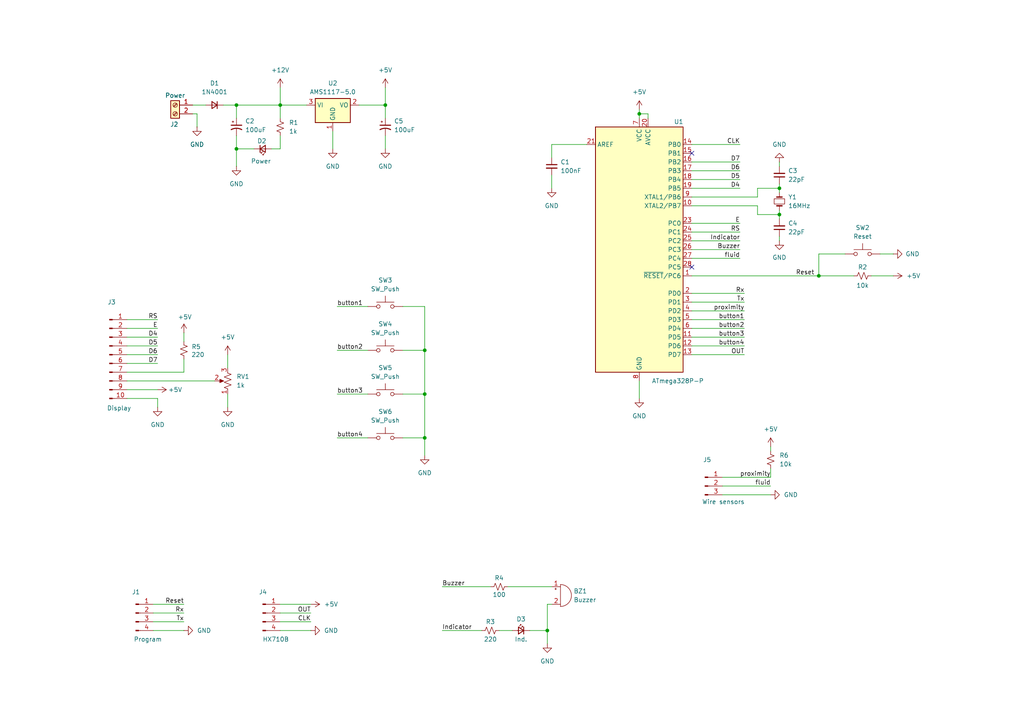
<source format=kicad_sch>
(kicad_sch (version 20231120) (generator "eeschema") (generator_version "8.0")
  (paper "A4")
  (lib_symbols
    (symbol "Connector:Conn_01x03_Pin" (pin_names (offset 1.016) hide)
      (property "Reference" "J" (at 0 5.08 0))
      (property "Value" "Conn_01x03_Pin" (at 0 -5.08 0))
      (symbol "Conn_01x03_Pin_1_1"
        (polyline (pts (xy 1.27 -2.54) (xy 0.8636 -2.54)) (stroke (width 0.1524)))
        (polyline (pts (xy 1.27 0) (xy 0.8636 0)) (stroke (width 0.1524)))
        (polyline (pts (xy 1.27 2.54) (xy 0.8636 2.54)) (stroke (width 0.1524)))
        (rectangle (start 0.8636 -2.413) (end 0 -2.667) (stroke (width 0.1524)) (fill (type outline)))
        (rectangle (start 0.8636 0.127) (end 0 -0.127) (stroke (width 0.1524)) (fill (type outline)))
        (rectangle (start 0.8636 2.667) (end 0 2.413) (stroke (width 0.1524)) (fill (type outline)))
        (pin passive line (at 5.08 2.54 180) (length 3.81) (name "Pin_1") (number "1"))
        (pin passive line (at 5.08 0 180) (length 3.81) (name "Pin_2") (number "2"))
        (pin passive line (at 5.08 -2.54 180) (length 3.81) (name "Pin_3") (number "3"))
      )
    )
    (symbol "Connector:Conn_01x04_Pin" (pin_names (offset 1.016) hide)
      (property "Reference" "J" (at 0 5.08 0))
      (property "Value" "Conn_01x04_Pin" (at 0 -7.62 0))
      (symbol "Conn_01x04_Pin_1_1"
        (polyline (pts (xy 1.27 -5.08) (xy 0.8636 -5.08)) (stroke (width 0.1524)))
        (polyline (pts (xy 1.27 -2.54) (xy 0.8636 -2.54)) (stroke (width 0.1524)))
        (polyline (pts (xy 1.27 0) (xy 0.8636 0)) (stroke (width 0.1524)))
        (polyline (pts (xy 1.27 2.54) (xy 0.8636 2.54)) (stroke (width 0.1524)))
        (rectangle (start 0.8636 -4.953) (end 0 -5.207) (stroke (width 0.1524)) (fill (type outline)))
        (rectangle (start 0.8636 -2.413) (end 0 -2.667) (stroke (width 0.1524)) (fill (type outline)))
        (rectangle (start 0.8636 0.127) (end 0 -0.127) (stroke (width 0.1524)) (fill (type outline)))
        (rectangle (start 0.8636 2.667) (end 0 2.413) (stroke (width 0.1524)) (fill (type outline)))
        (pin passive line (at 5.08 2.54 180) (length 3.81) (name "Pin_1") (number "1"))
        (pin passive line (at 5.08 0 180) (length 3.81) (name "Pin_2") (number "2"))
        (pin passive line (at 5.08 -2.54 180) (length 3.81) (name "Pin_3") (number "3"))
        (pin passive line (at 5.08 -5.08 180) (length 3.81) (name "Pin_4") (number "4"))
      )
    )
    (symbol "Connector:Conn_01x10_Pin" (pin_names (offset 1.016) hide)
      (property "Reference" "J" (at 0 12.7 0))
      (property "Value" "Conn_01x10_Pin" (at 0 -15.24 0))
      (symbol "Conn_01x10_Pin_1_1"
        (polyline (pts (xy 1.27 -12.7) (xy 0.8636 -12.7)) (stroke (width 0.1524)))
        (polyline (pts (xy 1.27 -10.16) (xy 0.8636 -10.16)) (stroke (width 0.1524)))
        (polyline (pts (xy 1.27 -7.62) (xy 0.8636 -7.62)) (stroke (width 0.1524)))
        (polyline (pts (xy 1.27 -5.08) (xy 0.8636 -5.08)) (stroke (width 0.1524)))
        (polyline (pts (xy 1.27 -2.54) (xy 0.8636 -2.54)) (stroke (width 0.1524)))
        (polyline (pts (xy 1.27 0) (xy 0.8636 0)) (stroke (width 0.1524)))
        (polyline (pts (xy 1.27 2.54) (xy 0.8636 2.54)) (stroke (width 0.1524)))
        (polyline (pts (xy 1.27 5.08) (xy 0.8636 5.08)) (stroke (width 0.1524)))
        (polyline (pts (xy 1.27 7.62) (xy 0.8636 7.62)) (stroke (width 0.1524)))
        (polyline (pts (xy 1.27 10.16) (xy 0.8636 10.16)) (stroke (width 0.1524)))
        (rectangle (start 0.8636 -12.573) (end 0 -12.827) (stroke (width 0.1524)) (fill (type outline)))
        (rectangle (start 0.8636 -10.033) (end 0 -10.287) (stroke (width 0.1524)) (fill (type outline)))
        (rectangle (start 0.8636 -7.493) (end 0 -7.747) (stroke (width 0.1524)) (fill (type outline)))
        (rectangle (start 0.8636 -4.953) (end 0 -5.207) (stroke (width 0.1524)) (fill (type outline)))
        (rectangle (start 0.8636 -2.413) (end 0 -2.667) (stroke (width 0.1524)) (fill (type outline)))
        (rectangle (start 0.8636 0.127) (end 0 -0.127) (stroke (width 0.1524)) (fill (type outline)))
        (rectangle (start 0.8636 2.667) (end 0 2.413) (stroke (width 0.1524)) (fill (type outline)))
        (rectangle (start 0.8636 5.207) (end 0 4.953) (stroke (width 0.1524)) (fill (type outline)))
        (rectangle (start 0.8636 7.747) (end 0 7.493) (stroke (width 0.1524)) (fill (type outline)))
        (rectangle (start 0.8636 10.287) (end 0 10.033) (stroke (width 0.1524)) (fill (type outline)))
        (pin passive line (at 5.08 10.16 180) (length 3.81) (name "Pin_1") (number "1"))
        (pin passive line (at 5.08 -12.7 180) (length 3.81) (name "Pin_10") (number "10"))
        (pin passive line (at 5.08 7.62 180) (length 3.81) (name "Pin_2") (number "2"))
        (pin passive line (at 5.08 5.08 180) (length 3.81) (name "Pin_3") (number "3"))
        (pin passive line (at 5.08 2.54 180) (length 3.81) (name "Pin_4") (number "4"))
        (pin passive line (at 5.08 0 180) (length 3.81) (name "Pin_5") (number "5"))
        (pin passive line (at 5.08 -2.54 180) (length 3.81) (name "Pin_6") (number "6"))
        (pin passive line (at 5.08 -5.08 180) (length 3.81) (name "Pin_7") (number "7"))
        (pin passive line (at 5.08 -7.62 180) (length 3.81) (name "Pin_8") (number "8"))
        (pin passive line (at 5.08 -10.16 180) (length 3.81) (name "Pin_9") (number "9"))
      )
    )
    (symbol "Connector:Screw_Terminal_01x02" (pin_names (offset 1.016) hide)
      (property "Reference" "J" (at 0 2.54 0))
      (property "Value" "Screw_Terminal_01x02" (at 0 -5.08 0))
      (symbol "Screw_Terminal_01x02_1_1"
        (rectangle (start -1.27 1.27) (end 1.27 -3.81) (stroke (width 0.254)) (fill (type background)))
        (circle (center 0 -2.54) (radius 0.635) (stroke (width 0.1524)))
        (polyline (pts (xy -0.5334 -2.2098) (xy 0.3302 -3.048)) (stroke (width 0.1524)))
        (polyline (pts (xy -0.5334 0.3302) (xy 0.3302 -0.508)) (stroke (width 0.1524)))
        (polyline (pts (xy -0.3556 -2.032) (xy 0.508 -2.8702)) (stroke (width 0.1524)))
        (polyline (pts (xy -0.3556 0.508) (xy 0.508 -0.3302)) (stroke (width 0.1524)))
        (circle (center 0 0) (radius 0.635) (stroke (width 0.1524)))
        (pin passive line (at -5.08 0 0) (length 3.81) (name "Pin_1") (number "1"))
        (pin passive line (at -5.08 -2.54 0) (length 3.81) (name "Pin_2") (number "2"))
      )
    )
    (symbol "Device:Buzzer" (pin_names (offset 0.0254) hide)
      (property "Reference" "BZ" (at 3.81 1.27 0))
      (property "Value" "Buzzer" (at 3.81 -1.27 0))
      (symbol "Buzzer_0_1"
        (arc (start 0 -3.175) (mid 3.1612 0) (end 0 3.175))
        (polyline (pts (xy -1.651 1.905) (xy -1.143 1.905)))
        (polyline (pts (xy -1.397 2.159) (xy -1.397 1.651)))
        (polyline (pts (xy 0 3.175) (xy 0 -3.175)))
      )
      (symbol "Buzzer_1_1"
        (pin passive line (at -2.54 2.54 0) (length 2.54) (name "+") (number "1"))
        (pin passive line (at -2.54 -2.54 0) (length 2.54) (name "-") (number "2"))
      )
    )
    (symbol "Device:C_Polarized_Small_US" (pin_numbers hide) (pin_names (offset 0.254) hide)
      (property "Reference" "C" (at 0.254 1.778 0))
      (property "Value" "C_Polarized_Small_US" (at 0.254 -2.032 0))
      (symbol "C_Polarized_Small_US_0_1"
        (polyline (pts (xy -1.524 0.508) (xy 1.524 0.508)) (stroke (width 0.3048)))
        (polyline (pts (xy -1.27 1.524) (xy -0.762 1.524)))
        (polyline (pts (xy -1.016 1.27) (xy -1.016 1.778)))
        (arc (start 1.524 -0.762) (mid 0 -0.3734) (end -1.524 -0.762) (stroke (width 0.3048)))
      )
      (symbol "C_Polarized_Small_US_1_1"
        (pin passive line (at 0 2.54 270) (length 2.032) (name "~") (number "1"))
        (pin passive line (at 0 -2.54 90) (length 2.032) (name "~") (number "2"))
      )
    )
    (symbol "Device:C_Small" (pin_numbers hide) (pin_names (offset 0.254) hide)
      (property "Reference" "C" (at 0.254 1.778 0))
      (property "Value" "C_Small" (at 0.254 -2.032 0))
      (symbol "C_Small_0_1"
        (polyline (pts (xy -1.524 -0.508) (xy 1.524 -0.508)) (stroke (width 0.3302)))
        (polyline (pts (xy -1.524 0.508) (xy 1.524 0.508)) (stroke (width 0.3048)))
      )
      (symbol "C_Small_1_1"
        (pin passive line (at 0 2.54 270) (length 2.032) (name "~") (number "1"))
        (pin passive line (at 0 -2.54 90) (length 2.032) (name "~") (number "2"))
      )
    )
    (symbol "Device:Crystal_Small" (pin_numbers hide) (pin_names (offset 1.016) hide)
      (property "Reference" "Y" (at 0 2.54 0))
      (property "Value" "Crystal_Small" (at 0 -2.54 0))
      (symbol "Crystal_Small_0_1"
        (rectangle (start -0.762 -1.524) (end 0.762 1.524))
        (polyline (pts (xy -1.27 -0.762) (xy -1.27 0.762)) (stroke (width 0.381)))
        (polyline (pts (xy 1.27 -0.762) (xy 1.27 0.762)) (stroke (width 0.381)))
      )
      (symbol "Crystal_Small_1_1"
        (pin passive line (at -2.54 0 0) (length 1.27) (name "1") (number "1"))
        (pin passive line (at 2.54 0 180) (length 1.27) (name "2") (number "2"))
      )
    )
    (symbol "Device:D_Small" (pin_numbers hide) (pin_names (offset 0.254) hide)
      (property "Reference" "D" (at -1.27 2.032 0))
      (property "Value" "D_Small" (at -3.81 -2.032 0))
      (symbol "D_Small_0_1"
        (polyline (pts (xy -0.762 -1.016) (xy -0.762 1.016)) (stroke (width 0.254)))
        (polyline (pts (xy -0.762 0) (xy 0.762 0)))
        (polyline (pts (xy 0.762 -1.016) (xy -0.762 0) (xy 0.762 1.016) (xy 0.762 -1.016)) (stroke (width 0.254)))
      )
      (symbol "D_Small_1_1"
        (pin passive line (at -2.54 0 0) (length 1.778) (name "K") (number "1"))
        (pin passive line (at 2.54 0 180) (length 1.778) (name "A") (number "2"))
      )
    )
    (symbol "Device:LED_Small" (pin_numbers hide) (pin_names (offset 0.254) hide)
      (property "Reference" "D" (at -1.27 3.175 0))
      (property "Value" "LED_Small" (at -4.445 -2.54 0))
      (symbol "LED_Small_0_1"
        (polyline (pts (xy -0.762 -1.016) (xy -0.762 1.016)) (stroke (width 0.254)))
        (polyline (pts (xy 1.016 0) (xy -0.762 0)))
        (polyline (pts (xy 0.762 -1.016) (xy -0.762 0) (xy 0.762 1.016) (xy 0.762 -1.016)) (stroke (width 0.254)))
        (polyline (pts (xy 0 0.762) (xy -0.508 1.27) (xy -0.254 1.27) (xy -0.508 1.27) (xy -0.508 1.016)))
        (polyline (pts (xy 0.508 1.27) (xy 0 1.778) (xy 0.254 1.778) (xy 0 1.778) (xy 0 1.524)))
      )
      (symbol "LED_Small_1_1"
        (pin passive line (at -2.54 0 0) (length 1.778) (name "K") (number "1"))
        (pin passive line (at 2.54 0 180) (length 1.778) (name "A") (number "2"))
      )
    )
    (symbol "Device:R_Potentiometer_US" (pin_names (offset 1.016) hide)
      (property "Reference" "RV" (at -4.445 0 90))
      (property "Value" "R_Potentiometer_US" (at -2.54 0 90))
      (symbol "R_Potentiometer_US_0_1"
        (polyline (pts (xy 0 -2.286) (xy 0 -2.54)))
        (polyline (pts (xy 0 2.54) (xy 0 2.286)))
        (polyline (pts (xy 2.54 0) (xy 1.524 0)))
        (polyline (pts (xy 1.143 0) (xy 2.286 0.508) (xy 2.286 -0.508) (xy 1.143 0)) (fill (type outline)))
        (polyline (pts (xy 0 -0.762) (xy 1.016 -1.143) (xy 0 -1.524) (xy -1.016 -1.905) (xy 0 -2.286)))
        (polyline (pts (xy 0 0.762) (xy 1.016 0.381) (xy 0 0) (xy -1.016 -0.381) (xy 0 -0.762)))
        (polyline (pts (xy 0 2.286) (xy 1.016 1.905) (xy 0 1.524) (xy -1.016 1.143) (xy 0 0.762)))
      )
      (symbol "R_Potentiometer_US_1_1"
        (pin passive line (at 0 3.81 270) (length 1.27) (name "1") (number "1"))
        (pin passive line (at 3.81 0 180) (length 1.27) (name "2") (number "2"))
        (pin passive line (at 0 -3.81 90) (length 1.27) (name "3") (number "3"))
      )
    )
    (symbol "Device:R_Small_US" (pin_numbers hide) (pin_names (offset 0.254) hide)
      (property "Reference" "R" (at 0.762 0.508 0))
      (property "Value" "R_Small_US" (at 0.762 -1.016 0))
      (symbol "R_Small_US_1_1"
        (polyline (pts (xy 0 0) (xy 1.016 -0.381) (xy 0 -0.762) (xy -1.016 -1.143) (xy 0 -1.524)))
        (polyline (pts (xy 0 1.524) (xy 1.016 1.143) (xy 0 0.762) (xy -1.016 0.381) (xy 0 0)))
        (pin passive line (at 0 2.54 270) (length 1.016) (name "~") (number "1"))
        (pin passive line (at 0 -2.54 90) (length 1.016) (name "~") (number "2"))
      )
    )
    (symbol "MCU_Microchip_ATmega:ATmega328P-P"
      (property "Reference" "U" (at -12.7 36.83 0))
      (property "Value" "ATmega328P-P" (at 2.54 -36.83 0))
      (symbol "ATmega328P-P_0_1"
        (rectangle (start -12.7 -35.56) (end 12.7 35.56) (stroke (width 0.254)) (fill (type background)))
      )
      (symbol "ATmega328P-P_1_1"
        (pin bidirectional line (at 15.24 -7.62 180) (length 2.54) (name "~{RESET}/PC6") (number "1"))
        (pin bidirectional line (at 15.24 12.7 180) (length 2.54) (name "XTAL2/PB7") (number "10"))
        (pin bidirectional line (at 15.24 -25.4 180) (length 2.54) (name "PD5") (number "11"))
        (pin bidirectional line (at 15.24 -27.94 180) (length 2.54) (name "PD6") (number "12"))
        (pin bidirectional line (at 15.24 -30.48 180) (length 2.54) (name "PD7") (number "13"))
        (pin bidirectional line (at 15.24 30.48 180) (length 2.54) (name "PB0") (number "14"))
        (pin bidirectional line (at 15.24 27.94 180) (length 2.54) (name "PB1") (number "15"))
        (pin bidirectional line (at 15.24 25.4 180) (length 2.54) (name "PB2") (number "16"))
        (pin bidirectional line (at 15.24 22.86 180) (length 2.54) (name "PB3") (number "17"))
        (pin bidirectional line (at 15.24 20.32 180) (length 2.54) (name "PB4") (number "18"))
        (pin bidirectional line (at 15.24 17.78 180) (length 2.54) (name "PB5") (number "19"))
        (pin bidirectional line (at 15.24 -12.7 180) (length 2.54) (name "PD0") (number "2"))
        (pin power_in line (at 2.54 38.1 270) (length 2.54) (name "AVCC") (number "20"))
        (pin passive line (at -15.24 30.48 0) (length 2.54) (name "AREF") (number "21"))
        (pin passive line (at 0 -38.1 90) (length 2.54) hide (name "GND") (number "22"))
        (pin bidirectional line (at 15.24 7.62 180) (length 2.54) (name "PC0") (number "23"))
        (pin bidirectional line (at 15.24 5.08 180) (length 2.54) (name "PC1") (number "24"))
        (pin bidirectional line (at 15.24 2.54 180) (length 2.54) (name "PC2") (number "25"))
        (pin bidirectional line (at 15.24 0 180) (length 2.54) (name "PC3") (number "26"))
        (pin bidirectional line (at 15.24 -2.54 180) (length 2.54) (name "PC4") (number "27"))
        (pin bidirectional line (at 15.24 -5.08 180) (length 2.54) (name "PC5") (number "28"))
        (pin bidirectional line (at 15.24 -15.24 180) (length 2.54) (name "PD1") (number "3"))
        (pin bidirectional line (at 15.24 -17.78 180) (length 2.54) (name "PD2") (number "4"))
        (pin bidirectional line (at 15.24 -20.32 180) (length 2.54) (name "PD3") (number "5"))
        (pin bidirectional line (at 15.24 -22.86 180) (length 2.54) (name "PD4") (number "6"))
        (pin power_in line (at 0 38.1 270) (length 2.54) (name "VCC") (number "7"))
        (pin power_in line (at 0 -38.1 90) (length 2.54) (name "GND") (number "8"))
        (pin bidirectional line (at 15.24 15.24 180) (length 2.54) (name "XTAL1/PB6") (number "9"))
      )
    )
    (symbol "Regulator_Linear:AMS1117-5.0"
      (property "Reference" "U" (at -3.81 3.175 0))
      (property "Value" "AMS1117-5.0" (at 0 3.175 0))
      (symbol "AMS1117-5.0_0_1"
        (rectangle (start -5.08 -5.08) (end 5.08 1.905) (stroke (width 0.254)) (fill (type background)))
      )
      (symbol "AMS1117-5.0_1_1"
        (pin power_in line (at 0 -7.62 90) (length 2.54) (name "GND") (number "1"))
        (pin power_out line (at 7.62 0 180) (length 2.54) (name "VO") (number "2"))
        (pin power_in line (at -7.62 0 0) (length 2.54) (name "VI") (number "3"))
      )
    )
    (symbol "Switch:SW_Push" (pin_numbers hide) (pin_names (offset 1.016) hide)
      (property "Reference" "SW" (at 1.27 2.54 0))
      (property "Value" "SW_Push" (at 0 -1.524 0))
      (symbol "SW_Push_0_1"
        (circle (center -2.032 0) (radius 0.508))
        (polyline (pts (xy 0 1.27) (xy 0 3.048)))
        (polyline (pts (xy 2.54 1.27) (xy -2.54 1.27)))
        (circle (center 2.032 0) (radius 0.508))
        (pin passive line (at -5.08 0 0) (length 2.54) (name "1") (number "1"))
        (pin passive line (at 5.08 0 180) (length 2.54) (name "2") (number "2"))
      )
    )
    (symbol "power:+12V" (power) (pin_numbers hide) (pin_names (offset 0) hide)
      (property "Value" "+12V" (at 0 3.556 0))
      (symbol "+12V_0_1"
        (polyline (pts (xy -0.762 1.27) (xy 0 2.54)))
        (polyline (pts (xy 0 0) (xy 0 2.54)))
        (polyline (pts (xy 0 2.54) (xy 0.762 1.27)))
      )
      (symbol "+12V_1_1"
        (pin power_in line (at 0 0 90) (length 0) (name "~") (number "1"))
      )
    )
    (symbol "power:+5V" (power) (pin_numbers hide) (pin_names (offset 0) hide)
      (property "Value" "+5V" (at 0 3.556 0))
      (symbol "+5V_0_1"
        (polyline (pts (xy -0.762 1.27) (xy 0 2.54)))
        (polyline (pts (xy 0 0) (xy 0 2.54)))
        (polyline (pts (xy 0 2.54) (xy 0.762 1.27)))
      )
      (symbol "+5V_1_1"
        (pin power_in line (at 0 0 90) (length 0) (name "~") (number "1"))
      )
    )
    (symbol "power:GND" (power) (pin_numbers hide) (pin_names (offset 0) hide)
      (property "Value" "GND" (at 0 -3.81 0))
      (symbol "GND_0_1"
        (polyline (pts (xy 0 0) (xy 0 -1.27) (xy 1.27 -1.27) (xy 0 -2.54) (xy -1.27 -1.27) (xy 0 -1.27)))
      )
      (symbol "GND_1_1"
        (pin power_in line (at 0 0 270) (length 0) (name "~") (number "1"))
      )
    )
  )
  (junction (at 123.19 101.6))
  (junction (at 111.76 30.48))
  (junction (at 237.49 80.01))
  (junction (at 158.75 182.88))
  (junction (at 68.58 43.18))
  (junction (at 185.42 33.02))
  (junction (at 123.19 127))
  (junction (at 81.28 30.48))
  (junction (at 226.06 54.61))
  (junction (at 123.19 114.3))
  (junction (at 68.58 30.48))
  (junction (at 226.06 62.23))
  (no_connect (at 200.66 44.45))
  (no_connect (at 200.66 77.47))
  (wire (pts (xy 36.83 102.87) (xy 45.72 102.87)))
  (wire (pts (xy 158.75 182.88) (xy 153.67 182.88)))
  (wire (pts (xy 73.66 43.18) (xy 68.58 43.18)))
  (wire (pts (xy 36.83 113.03) (xy 45.72 113.03)))
  (wire (pts (xy 36.83 95.25) (xy 45.72 95.25)))
  (wire (pts (xy 78.74 43.18) (xy 81.28 43.18)))
  (wire (pts (xy 36.83 97.79) (xy 45.72 97.79)))
  (wire (pts (xy 158.75 182.88) (xy 158.75 186.69)))
  (wire (pts (xy 111.76 25.4) (xy 111.76 30.48)))
  (wire (pts (xy 200.66 100.33) (xy 215.9 100.33)))
  (wire (pts (xy 81.28 180.34) (xy 90.17 180.34)))
  (wire (pts (xy 81.28 30.48) (xy 81.28 34.29)))
  (wire (pts (xy 81.28 182.88) (xy 90.17 182.88)))
  (wire (pts (xy 200.66 49.53) (xy 214.63 49.53)))
  (wire (pts (xy 255.27 73.66) (xy 259.08 73.66)))
  (wire (pts (xy 200.66 64.77) (xy 214.63 64.77)))
  (wire (pts (xy 44.45 177.8) (xy 53.34 177.8)))
  (wire (pts (xy 106.68 88.9) (xy 97.79 88.9)))
  (wire (pts (xy 123.19 114.3) (xy 116.84 114.3)))
  (wire (pts (xy 160.02 50.8) (xy 160.02 54.61)))
  (wire (pts (xy 36.83 107.95) (xy 53.34 107.95)))
  (wire (pts (xy 200.66 59.69) (xy 219.71 59.69)))
  (wire (pts (xy 226.06 68.58) (xy 226.06 69.85)))
  (wire (pts (xy 36.83 92.71) (xy 45.72 92.71)))
  (wire (pts (xy 200.66 97.79) (xy 215.9 97.79)))
  (wire (pts (xy 219.71 59.69) (xy 219.71 62.23)))
  (wire (pts (xy 55.88 30.48) (xy 59.69 30.48)))
  (wire (pts (xy 200.66 72.39) (xy 214.63 72.39)))
  (wire (pts (xy 226.06 54.61) (xy 226.06 55.88)))
  (wire (pts (xy 128.27 182.88) (xy 139.7 182.88)))
  (wire (pts (xy 97.79 127) (xy 106.68 127)))
  (wire (pts (xy 209.55 143.51) (xy 223.52 143.51)))
  (wire (pts (xy 200.66 74.93) (xy 214.63 74.93)))
  (wire (pts (xy 106.68 114.3) (xy 97.79 114.3)))
  (wire (pts (xy 81.28 177.8) (xy 90.17 177.8)))
  (wire (pts (xy 68.58 30.48) (xy 81.28 30.48)))
  (wire (pts (xy 106.68 101.6) (xy 97.79 101.6)))
  (wire (pts (xy 68.58 43.18) (xy 68.58 48.26)))
  (wire (pts (xy 96.52 38.1) (xy 96.52 43.18)))
  (wire (pts (xy 158.75 175.26) (xy 160.02 175.26)))
  (wire (pts (xy 128.27 170.18) (xy 142.24 170.18)))
  (wire (pts (xy 223.52 129.54) (xy 223.52 130.81)))
  (wire (pts (xy 219.71 62.23) (xy 226.06 62.23)))
  (wire (pts (xy 223.52 138.43) (xy 209.55 138.43)))
  (wire (pts (xy 123.19 88.9) (xy 123.19 101.6)))
  (wire (pts (xy 226.06 46.99) (xy 226.06 48.26)))
  (wire (pts (xy 68.58 30.48) (xy 68.58 34.29)))
  (wire (pts (xy 66.04 102.87) (xy 66.04 106.68)))
  (wire (pts (xy 66.04 114.3) (xy 66.04 118.11)))
  (wire (pts (xy 200.66 87.63) (xy 215.9 87.63)))
  (wire (pts (xy 245.11 73.66) (xy 237.49 73.66)))
  (wire (pts (xy 237.49 73.66) (xy 237.49 80.01)))
  (wire (pts (xy 53.34 99.06) (xy 53.34 96.52)))
  (wire (pts (xy 116.84 88.9) (xy 123.19 88.9)))
  (wire (pts (xy 170.18 41.91) (xy 160.02 41.91)))
  (wire (pts (xy 237.49 80.01) (xy 247.65 80.01)))
  (wire (pts (xy 200.66 90.17) (xy 215.9 90.17)))
  (wire (pts (xy 111.76 39.37) (xy 111.76 43.18)))
  (wire (pts (xy 219.71 54.61) (xy 219.71 57.15)))
  (wire (pts (xy 200.66 69.85) (xy 214.63 69.85)))
  (wire (pts (xy 68.58 43.18) (xy 68.58 39.37)))
  (wire (pts (xy 209.55 140.97) (xy 223.52 140.97)))
  (wire (pts (xy 160.02 41.91) (xy 160.02 45.72)))
  (wire (pts (xy 185.42 33.02) (xy 185.42 31.75)))
  (wire (pts (xy 200.66 52.07) (xy 214.63 52.07)))
  (wire (pts (xy 185.42 33.02) (xy 185.42 34.29)))
  (wire (pts (xy 200.66 67.31) (xy 214.63 67.31)))
  (wire (pts (xy 57.15 33.02) (xy 57.15 36.83)))
  (wire (pts (xy 200.66 46.99) (xy 214.63 46.99)))
  (wire (pts (xy 187.96 33.02) (xy 185.42 33.02)))
  (wire (pts (xy 226.06 54.61) (xy 219.71 54.61)))
  (wire (pts (xy 123.19 114.3) (xy 123.19 127)))
  (wire (pts (xy 55.88 33.02) (xy 57.15 33.02)))
  (wire (pts (xy 200.66 80.01) (xy 237.49 80.01)))
  (wire (pts (xy 147.32 170.18) (xy 160.02 170.18)))
  (wire (pts (xy 200.66 41.91) (xy 214.63 41.91)))
  (wire (pts (xy 81.28 175.26) (xy 90.17 175.26)))
  (wire (pts (xy 144.78 182.88) (xy 148.59 182.88)))
  (wire (pts (xy 81.28 25.4) (xy 81.28 30.48)))
  (wire (pts (xy 44.45 175.26) (xy 53.34 175.26)))
  (wire (pts (xy 200.66 92.71) (xy 215.9 92.71)))
  (wire (pts (xy 200.66 95.25) (xy 215.9 95.25)))
  (wire (pts (xy 158.75 175.26) (xy 158.75 182.88)))
  (wire (pts (xy 200.66 54.61) (xy 214.63 54.61)))
  (wire (pts (xy 111.76 30.48) (xy 111.76 34.29)))
  (wire (pts (xy 187.96 34.29) (xy 187.96 33.02)))
  (wire (pts (xy 200.66 85.09) (xy 215.9 85.09)))
  (wire (pts (xy 45.72 118.11) (xy 45.72 115.57)))
  (wire (pts (xy 226.06 62.23) (xy 226.06 63.5)))
  (wire (pts (xy 44.45 182.88) (xy 53.34 182.88)))
  (wire (pts (xy 81.28 43.18) (xy 81.28 39.37)))
  (wire (pts (xy 123.19 127) (xy 123.19 132.08)))
  (wire (pts (xy 36.83 100.33) (xy 45.72 100.33)))
  (wire (pts (xy 200.66 102.87) (xy 215.9 102.87)))
  (wire (pts (xy 81.28 30.48) (xy 88.9 30.48)))
  (wire (pts (xy 123.19 101.6) (xy 116.84 101.6)))
  (wire (pts (xy 104.14 30.48) (xy 111.76 30.48)))
  (wire (pts (xy 36.83 105.41) (xy 45.72 105.41)))
  (wire (pts (xy 185.42 110.49) (xy 185.42 115.57)))
  (wire (pts (xy 226.06 60.96) (xy 226.06 62.23)))
  (wire (pts (xy 45.72 115.57) (xy 36.83 115.57)))
  (wire (pts (xy 226.06 53.34) (xy 226.06 54.61)))
  (wire (pts (xy 123.19 101.6) (xy 123.19 114.3)))
  (wire (pts (xy 64.77 30.48) (xy 68.58 30.48)))
  (wire (pts (xy 223.52 135.89) (xy 223.52 138.43)))
  (wire (pts (xy 252.73 80.01) (xy 259.08 80.01)))
  (wire (pts (xy 116.84 127) (xy 123.19 127)))
  (wire (pts (xy 219.71 57.15) (xy 200.66 57.15)))
  (wire (pts (xy 36.83 110.49) (xy 62.23 110.49)))
  (wire (pts (xy 44.45 180.34) (xy 53.34 180.34)))
  (wire (pts (xy 53.34 107.95) (xy 53.34 104.14)))
  (label "proximity" (at 223.52 138.43 180))
  (label "D7" (at 45.72 105.41 180))
  (label "E" (at 45.72 95.25 180))
  (label "D4" (at 45.72 97.79 180))
  (label "D6" (at 45.72 102.87 180))
  (label "CLK" (at 90.17 180.34 180))
  (label "D5" (at 214.63 52.07 180))
  (label "Reset" (at 53.34 175.26 180))
  (label "E" (at 214.63 64.77 180))
  (label "button1" (at 97.79 88.9 0))
  (label "fluid" (at 214.63 74.93 180))
  (label "button4" (at 215.9 100.33 180))
  (label "Rx" (at 215.9 85.09 180))
  (label "button2" (at 97.79 101.6 0))
  (label "button4" (at 97.79 127 0))
  (label "fluid" (at 223.52 140.97 180))
  (label "OUT" (at 90.17 177.8 180))
  (label "RS" (at 45.72 92.71 180))
  (label "Indicator" (at 214.63 69.85 180))
  (label "Reset" (at 236.22 80.01 180))
  (label "Tx" (at 53.34 180.34 180))
  (label "D6" (at 214.63 49.53 180))
  (label "proximity" (at 215.9 90.17 180))
  (label "D5" (at 45.72 100.33 180))
  (label "CLK" (at 214.63 41.91 180))
  (label "Buzzer" (at 128.27 170.18 0))
  (label "D7" (at 214.63 46.99 180))
  (label "RS" (at 214.63 67.31 180))
  (label "button3" (at 97.79 114.3 0))
  (label "Buzzer" (at 214.63 72.39 180))
  (label "button3" (at 215.9 97.79 180))
  (label "Indicator" (at 128.27 182.88 0))
  (label "OUT" (at 215.9 102.87 180))
  (label "button2" (at 215.9 95.25 180))
  (label "Tx" (at 215.9 87.63 180))
  (label "D4" (at 214.63 54.61 180))
  (label "button1" (at 215.9 92.71 180))
  (label "Rx" (at 53.34 177.8 180))
  (symbol (lib_id "power:GND") (at 90.17 182.88 90) (unit 1)
    (property "Reference" "#PWR016" (effects (hide yes)))
    (property "Value" "GND" (at 93.98 182.8799 90) (effects (justify right)))
    (property "Description" "Power symbol creates a global label with name \"GND\" , ground" (effects (hide yes)))
  )
  (symbol (lib_id "power:GND") (at 123.19 132.08 0) (mirror y) (unit 1)
    (property "Reference" "#PWR027" (effects (hide yes)))
    (property "Value" "GND" (at 123.19 137.16 0))
    (property "Description" "Power symbol creates a global label with name \"GND\" , ground" (effects (hide yes)))
  )
  (symbol (lib_id "power:GND") (at 226.06 46.99 180) (unit 1)
    (property "Reference" "#PWR09" (effects (hide yes)))
    (property "Value" "GND" (at 226.06 41.91 0))
    (property "Description" "Power symbol creates a global label with name \"GND\" , ground" (effects (hide yes)))
  )
  (symbol (lib_id "Device:R_Potentiometer_US") (at 66.04 110.49 180) (unit 1)
    (property "Reference" "RV1" (at 68.58 109.2199 0) (effects (justify right)))
    (property "Value" "1k" (at 68.58 111.7599 0) (effects (justify right)))
    (property "Footprint" "Potentiometer_THT:Potentiometer_Runtron_RM-065_Vertical" (effects (hide yes)))
    (property "Description" "Potentiometer, US symbol" (effects (hide yes)))
  )
  (symbol (lib_id "power:GND") (at 45.72 118.11 0) (unit 1)
    (property "Reference" "#PWR023" (effects (hide yes)))
    (property "Value" "GND" (at 45.72 123.19 0))
    (property "Description" "Power symbol creates a global label with name \"GND\" , ground" (effects (hide yes)))
  )
  (symbol (lib_id "power:GND") (at 158.75 186.69 0) (unit 1)
    (property "Reference" "#PWR015" (effects (hide yes)))
    (property "Value" "GND" (at 158.75 191.77 0))
    (property "Description" "Power symbol creates a global label with name \"GND\" , ground" (effects (hide yes)))
  )
  (symbol (lib_id "Device:D_Small") (at 62.23 30.48 180) (unit 1)
    (property "Reference" "D1" (at 62.23 24.13 0))
    (property "Value" "1N4001" (at 62.23 26.67 0))
    (property "Footprint" "Diode_THT:D_A-405_P10.16mm_Horizontal" (effects (hide yes)))
    (property "Description" "Diode, small symbol" (effects (hide yes)))
    (property "Sim.Device" "D" (effects (hide yes)))
    (property "Sim.Pins" "1=K 2=A" (effects (hide yes)))
  )
  (symbol (lib_id "Connector:Conn_01x04_Pin") (at 39.37 177.8 0) (unit 1)
    (property "Reference" "J1" (at 40.64 171.704 0) (effects (justify right)))
    (property "Value" "Program" (at 46.99 185.42 0) (effects (justify right)))
    (property "Footprint" "Connector_PinHeader_2.54mm:PinHeader_1x04_P2.54mm_Vertical" (effects (hide yes)))
    (property "Description" "Generic connector, single row, 01x04, script generated" (effects (hide yes)))
  )
  (symbol (lib_id "Regulator_Linear:AMS1117-5.0") (at 96.52 30.48 0) (unit 1)
    (property "Reference" "U2" (at 96.52 24.13 0))
    (property "Value" "AMS1117-5.0" (at 96.52 26.67 0))
    (property "Footprint" "Package_TO_SOT_SMD:SOT-223-3_TabPin2" (effects (hide yes)))
    (property "Datasheet" "http://www.advanced-monolithic.com/pdf/ds1117.pdf" (effects (hide yes)))
    (property "Description" "1A Low Dropout regulator, positive, 5.0V fixed output, SOT-223" (effects (hide yes)))
  )
  (symbol (lib_id "power:GND") (at 53.34 182.88 90) (unit 1)
    (property "Reference" "#PWR02" (effects (hide yes)))
    (property "Value" "GND" (at 57.15 182.8799 90) (effects (justify right)))
    (property "Description" "Power symbol creates a global label with name \"GND\" , ground" (effects (hide yes)))
  )
  (symbol (lib_id "Device:C_Small") (at 160.02 48.26 0) (unit 1)
    (property "Reference" "C1" (at 162.56 46.9962 0) (effects (justify left)))
    (property "Value" "100nF" (at 162.56 49.5362 0) (effects (justify left)))
    (property "Footprint" "Capacitor_THT:C_Disc_D3.0mm_W1.6mm_P2.50mm" (effects (hide yes)))
    (property "Description" "Unpolarized capacitor, small symbol" (effects (hide yes)))
  )
  (symbol (lib_id "Device:C_Polarized_Small_US") (at 111.76 36.83 0) (unit 1)
    (property "Reference" "C5" (at 114.3 35.1281 0) (effects (justify left)))
    (property "Value" "100uF" (at 114.3 37.6681 0) (effects (justify left)))
    (property "Footprint" "Capacitor_THT:CP_Radial_D5.0mm_P2.50mm" (effects (hide yes)))
    (property "Description" "Polarized capacitor, small US symbol" (effects (hide yes)))
  )
  (symbol (lib_id "Device:R_Small_US") (at 142.24 182.88 90) (unit 1)
    (property "Reference" "R3" (at 142.24 180.34 90))
    (property "Value" "220" (at 142.24 185.42 90))
    (property "Footprint" "Resistor_THT:R_Axial_DIN0207_L6.3mm_D2.5mm_P10.16mm_Horizontal" (effects (hide yes)))
    (property "Description" "Resistor, small US symbol" (effects (hide yes)))
  )
  (symbol (lib_id "power:+5V") (at 223.52 129.54 0) (unit 1)
    (property "Reference" "#PWR019" (effects (hide yes)))
    (property "Value" "+5V" (at 223.52 124.46 0))
    (property "Description" "Power symbol creates a global label with name \"+5V\"" (effects (hide yes)))
  )
  (symbol (lib_id "Device:R_Small_US") (at 144.78 170.18 90) (unit 1)
    (property "Reference" "R4" (at 144.78 167.64 90))
    (property "Value" "100" (at 144.78 172.466 90))
    (property "Footprint" "Resistor_THT:R_Axial_DIN0207_L6.3mm_D2.5mm_P10.16mm_Horizontal" (effects (hide yes)))
    (property "Description" "Resistor, small US symbol" (effects (hide yes)))
  )
  (symbol (lib_id "Device:C_Polarized_Small_US") (at 68.58 36.83 0) (unit 1)
    (property "Reference" "C2" (at 71.12 35.1281 0) (effects (justify left)))
    (property "Value" "100uF" (at 71.12 37.6681 0) (effects (justify left)))
    (property "Footprint" "Capacitor_THT:CP_Radial_D5.0mm_P2.50mm" (effects (hide yes)))
    (property "Description" "Polarized capacitor, small US symbol" (effects (hide yes)))
  )
  (symbol (lib_id "power:GND") (at 66.04 118.11 0) (unit 1)
    (property "Reference" "#PWR026" (effects (hide yes)))
    (property "Value" "GND" (at 66.04 123.19 0))
    (property "Description" "Power symbol creates a global label with name \"GND\" , ground" (effects (hide yes)))
  )
  (symbol (lib_id "power:GND") (at 57.15 36.83 0) (unit 1)
    (property "Reference" "#PWR03" (effects (hide yes)))
    (property "Value" "GND" (at 57.15 41.91 0))
    (property "Description" "Power symbol creates a global label with name \"GND\" , ground" (effects (hide yes)))
  )
  (symbol (lib_id "power:GND") (at 111.76 43.18 0) (unit 1)
    (property "Reference" "#PWR012" (effects (hide yes)))
    (property "Value" "GND" (at 111.76 48.26 0))
    (property "Description" "Power symbol creates a global label with name \"GND\" , ground" (effects (hide yes)))
  )
  (symbol (lib_id "power:+5V") (at 111.76 25.4 0) (unit 1)
    (property "Reference" "#PWR011" (effects (hide yes)))
    (property "Value" "+5V" (at 111.76 20.32 0))
    (property "Description" "Power symbol creates a global label with name \"+5V\"" (effects (hide yes)))
  )
  (symbol (lib_id "Switch:SW_Push") (at 111.76 101.6 0) (mirror y) (unit 1)
    (property "Reference" "SW4" (at 111.76 93.98 0))
    (property "Value" "SW_Push" (at 111.76 96.52 0))
    (property "Footprint" "TestPoint:TestPoint_2Pads_Pitch2.54mm_Drill0.8mm" (effects (hide yes)))
    (property "Description" "Push button switch, generic, two pins" (effects (hide yes)))
  )
  (symbol (lib_id "Device:C_Small") (at 226.06 66.04 180) (unit 1)
    (property "Reference" "C4" (at 228.6 64.7635 0) (effects (justify right)))
    (property "Value" "22pF" (at 228.6 67.3035 0) (effects (justify right)))
    (property "Footprint" "Capacitor_THT:C_Disc_D3.0mm_W1.6mm_P2.50mm" (effects (hide yes)))
    (property "Description" "Unpolarized capacitor, small symbol" (effects (hide yes)))
  )
  (symbol (lib_id "power:GND") (at 96.52 43.18 0) (unit 1)
    (property "Reference" "#PWR08" (effects (hide yes)))
    (property "Value" "GND" (at 96.52 48.26 0))
    (property "Description" "Power symbol creates a global label with name \"GND\" , ground" (effects (hide yes)))
  )
  (symbol (lib_id "MCU_Microchip_ATmega:ATmega328P-P") (at 185.42 72.39 0) (unit 1)
    (property "Reference" "U1" (at 196.85 35.306 0))
    (property "Value" "ATmega328P-P" (at 196.596 110.49 0))
    (property "Footprint" "Package_DIP:DIP-28_W7.62mm_Socket_LongPads" (effects (hide yes)))
    (property "Datasheet" "http://ww1.microchip.com/downloads/en/DeviceDoc/ATmega328_P%20AVR%20MCU%20with%20picoPower%20Technology%20Data%20Sheet%2040001984A.pdf" (effects (hide yes)))
    (property "Description" "20MHz, 32kB Flash, 2kB SRAM, 1kB EEPROM, DIP-28" (effects (hide yes)))
  )
  (symbol (lib_id "Device:Crystal_Small") (at 226.06 58.42 90) (unit 1)
    (property "Reference" "Y1" (at 228.6 57.1499 90) (effects (justify right)))
    (property "Value" "16MHz" (at 228.6 59.6899 90) (effects (justify right)))
    (property "Footprint" "Crystal:Crystal_HC50_Vertical" (effects (hide yes)))
    (property "Description" "Two pin crystal, small symbol" (effects (hide yes)))
  )
  (symbol (lib_id "Device:LED_Small") (at 76.2 43.18 0) (mirror x) (unit 1)
    (property "Reference" "D2" (at 75.946 40.894 0))
    (property "Value" "Power" (at 75.692 46.736 0))
    (property "Footprint" "LED_THT:LED_D3.0mm" (effects (hide yes)))
    (property "Description" "Light emitting diode, small symbol" (effects (hide yes)))
  )
  (symbol (lib_id "Connector:Conn_01x04_Pin") (at 76.2 177.8 0) (unit 1)
    (property "Reference" "J4" (at 77.47 171.704 0) (effects (justify right)))
    (property "Value" "HX710B" (at 83.82 185.42 0) (effects (justify right)))
    (property "Footprint" "Connector_PinHeader_2.54mm:PinHeader_1x04_P2.54mm_Vertical" (effects (hide yes)))
    (property "Description" "Generic connector, single row, 01x04, script generated" (effects (hide yes)))
  )
  (symbol (lib_id "power:GND") (at 226.06 69.85 0) (unit 1)
    (property "Reference" "#PWR010" (effects (hide yes)))
    (property "Value" "GND" (at 226.06 74.676 0))
    (property "Description" "Power symbol creates a global label with name \"GND\" , ground" (effects (hide yes)))
  )
  (symbol (lib_id "power:+5V") (at 90.17 175.26 270) (unit 1)
    (property "Reference" "#PWR017" (effects (hide yes)))
    (property "Value" "+5V" (at 93.98 175.2599 90) (effects (justify left)))
    (property "Description" "Power symbol creates a global label with name \"+5V\"" (effects (hide yes)))
  )
  (symbol (lib_id "Device:R_Small_US") (at 81.28 36.83 0) (unit 1)
    (property "Reference" "R1" (at 83.82 35.5599 0) (effects (justify left)))
    (property "Value" "1k" (at 83.82 38.0999 0) (effects (justify left)))
    (property "Footprint" "Resistor_THT:R_Axial_DIN0207_L6.3mm_D2.5mm_P10.16mm_Horizontal" (effects (hide yes)))
    (property "Description" "Resistor, small US symbol" (effects (hide yes)))
  )
  (symbol (lib_id "power:GND") (at 223.52 143.51 90) (unit 1)
    (property "Reference" "#PWR018" (effects (hide yes)))
    (property "Value" "GND" (at 227.33 143.5099 90) (effects (justify right)))
    (property "Description" "Power symbol creates a global label with name \"GND\" , ground" (effects (hide yes)))
  )
  (symbol (lib_id "Device:LED_Small") (at 151.13 182.88 0) (mirror y) (unit 1)
    (property "Reference" "D3" (at 151.13 179.578 0))
    (property "Value" "Ind." (at 151.13 185.42 0))
    (property "Footprint" "LED_THT:LED_D3.0mm" (effects (hide yes)))
    (property "Description" "Light emitting diode, small symbol" (effects (hide yes)))
  )
  (symbol (lib_id "Device:Buzzer") (at 162.56 172.72 0) (unit 1)
    (property "Reference" "BZ1" (at 166.37 171.4499 0) (effects (justify left)))
    (property "Value" "Buzzer" (at 166.37 173.9899 0) (effects (justify left)))
    (property "Footprint" "Buzzer_Beeper:Buzzer_12x9.5RM7.6" (effects (hide yes)))
    (property "Description" "Buzzer, polarized" (effects (hide yes)))
  )
  (symbol (lib_id "Device:C_Small") (at 226.06 50.8 180) (unit 1)
    (property "Reference" "C3" (at 228.6 49.5235 0) (effects (justify right)))
    (property "Value" "22pF" (at 228.6 52.0635 0) (effects (justify right)))
    (property "Footprint" "Capacitor_THT:C_Disc_D3.0mm_W1.6mm_P2.50mm" (effects (hide yes)))
    (property "Description" "Unpolarized capacitor, small symbol" (effects (hide yes)))
  )
  (symbol (lib_id "power:+5V") (at 66.04 102.87 0) (unit 1)
    (property "Reference" "#PWR025" (effects (hide yes)))
    (property "Value" "+5V" (at 66.04 97.79 0))
    (property "Description" "Power symbol creates a global label with name \"+5V\"" (effects (hide yes)))
  )
  (symbol (lib_id "Switch:SW_Push") (at 111.76 88.9 0) (mirror y) (unit 1)
    (property "Reference" "SW3" (at 111.76 81.28 0))
    (property "Value" "SW_Push" (at 111.76 83.82 0))
    (property "Footprint" "TestPoint:TestPoint_2Pads_Pitch2.54mm_Drill0.8mm" (effects (hide yes)))
    (property "Description" "Push button switch, generic, two pins" (effects (hide yes)))
  )
  (symbol (lib_id "power:GND") (at 259.08 73.66 90) (unit 1)
    (property "Reference" "#PWR013" (effects (hide yes)))
    (property "Value" "GND" (at 264.668 73.66 90))
    (property "Description" "Power symbol creates a global label with name \"GND\" , ground" (effects (hide yes)))
  )
  (symbol (lib_id "Switch:SW_Push") (at 250.19 73.66 0) (unit 1)
    (property "Reference" "SW2" (at 250.19 66.04 0))
    (property "Value" "Reset" (at 250.19 68.58 0))
    (property "Footprint" "Button_Switch_THT:SW_PUSH_6mm" (effects (hide yes)))
    (property "Description" "Push button switch, generic, two pins" (effects (hide yes)))
  )
  (symbol (lib_id "power:+5V") (at 259.08 80.01 270) (unit 1)
    (property "Reference" "#PWR014" (effects (hide yes)))
    (property "Value" "+5V" (at 262.89 80.0099 90) (effects (justify left)))
    (property "Description" "Power symbol creates a global label with name \"+5V\"" (effects (hide yes)))
  )
  (symbol (lib_id "Connector:Screw_Terminal_01x02") (at 50.8 30.48 0) (mirror y) (unit 1)
    (property "Reference" "J2" (at 50.546 36.068 0))
    (property "Value" "Power" (at 50.8 27.686 0))
    (property "Footprint" "TerminalBlock:TerminalBlock_bornier-2_P5.08mm" (effects (hide yes)))
    (property "Description" "Generic screw terminal, single row, 01x02, script generated (kicad-library-utils/schlib/autogen/connector/)" (effects (hide yes)))
  )
  (symbol (lib_id "power:GND") (at 185.42 115.57 0) (unit 1)
    (property "Reference" "#PWR05" (effects (hide yes)))
    (property "Value" "GND" (at 185.42 120.65 0))
    (property "Description" "Power symbol creates a global label with name \"GND\" , ground" (effects (hide yes)))
  )
  (symbol (lib_id "Connector:Conn_01x03_Pin") (at 204.47 140.97 0) (unit 1)
    (property "Reference" "J5" (at 205.105 133.35 0))
    (property "Value" "Wire sensors" (at 209.804 145.542 0))
    (property "Footprint" "Connector_PinHeader_2.54mm:PinHeader_1x03_P2.54mm_Vertical" (effects (hide yes)))
    (property "Description" "Generic connector, single row, 01x03, script generated" (effects (hide yes)))
  )
  (symbol (lib_id "power:+5V") (at 185.42 31.75 0) (unit 1)
    (property "Reference" "#PWR04" (effects (hide yes)))
    (property "Value" "+5V" (at 185.42 26.67 0))
    (property "Description" "Power symbol creates a global label with name \"+5V\"" (effects (hide yes)))
  )
  (symbol (lib_id "Connector:Conn_01x10_Pin") (at 31.75 102.87 0) (unit 1)
    (property "Reference" "J3" (at 32.385 87.63 0))
    (property "Value" "Display" (at 34.544 118.364 0))
    (property "Footprint" "Connector_PinHeader_2.54mm:PinHeader_1x10_P2.54mm_Vertical" (effects (hide yes)))
    (property "Description" "Generic connector, single row, 01x10, script generated" (effects (hide yes)))
  )
  (symbol (lib_id "Switch:SW_Push") (at 111.76 114.3 0) (mirror y) (unit 1)
    (property "Reference" "SW5" (at 111.76 106.68 0))
    (property "Value" "SW_Push" (at 111.76 109.22 0))
    (property "Footprint" "TestPoint:TestPoint_2Pads_Pitch2.54mm_Drill0.8mm" (effects (hide yes)))
    (property "Description" "Push button switch, generic, two pins" (effects (hide yes)))
  )
  (symbol (lib_id "Device:R_Small_US") (at 223.52 133.35 0) (unit 1)
    (property "Reference" "R6" (at 226.06 132.0799 0) (effects (justify left)))
    (property "Value" "10k" (at 226.06 134.6199 0) (effects (justify left)))
    (property "Footprint" "Resistor_THT:R_Axial_DIN0207_L6.3mm_D2.5mm_P10.16mm_Horizontal" (effects (hide yes)))
    (property "Description" "Resistor, small US symbol" (effects (hide yes)))
  )
  (symbol (lib_id "Device:R_Small_US") (at 250.19 80.01 90) (unit 1)
    (property "Reference" "R2" (at 250.19 77.47 90))
    (property "Value" "10k" (at 250.19 82.804 90))
    (property "Footprint" "Resistor_THT:R_Axial_DIN0207_L6.3mm_D2.5mm_P10.16mm_Horizontal" (effects (hide yes)))
    (property "Description" "Resistor, small US symbol" (effects (hide yes)))
  )
  (symbol (lib_id "power:+5V") (at 45.72 113.03 270) (unit 1)
    (property "Reference" "#PWR022" (effects (hide yes)))
    (property "Value" "+5V" (at 48.768 113.03 90) (effects (justify left)))
    (property "Description" "Power symbol creates a global label with name \"+5V\"" (effects (hide yes)))
  )
  (symbol (lib_id "power:+12V") (at 81.28 25.4 0) (unit 1)
    (property "Reference" "#PWR07" (effects (hide yes)))
    (property "Value" "+12V" (at 81.28 20.32 0))
    (property "Description" "Power symbol creates a global label with name \"+12V\"" (effects (hide yes)))
  )
  (symbol (lib_id "Switch:SW_Push") (at 111.76 127 0) (mirror y) (unit 1)
    (property "Reference" "SW6" (at 111.76 119.38 0))
    (property "Value" "SW_Push" (at 111.76 121.92 0))
    (property "Footprint" "TestPoint:TestPoint_2Pads_Pitch2.54mm_Drill0.8mm" (effects (hide yes)))
    (property "Description" "Push button switch, generic, two pins" (effects (hide yes)))
  )
  (symbol (lib_id "power:GND") (at 68.58 48.26 0) (unit 1)
    (property "Reference" "#PWR06" (effects (hide yes)))
    (property "Value" "GND" (at 68.58 53.34 0))
    (property "Description" "Power symbol creates a global label with name \"GND\" , ground" (effects (hide yes)))
  )
  (symbol (lib_id "Device:R_Small_US") (at 53.34 101.6 180) (unit 1)
    (property "Reference" "R5" (at 56.896 100.584 0))
    (property "Value" "220" (at 57.404 102.87 0))
    (property "Footprint" "Resistor_THT:R_Axial_DIN0207_L6.3mm_D2.5mm_P10.16mm_Horizontal" (effects (hide yes)))
    (property "Description" "Resistor, small US symbol" (effects (hide yes)))
  )
  (symbol (lib_id "power:+5V") (at 53.34 96.52 0) (unit 1)
    (property "Reference" "#PWR024" (effects (hide yes)))
    (property "Value" "+5V" (at 51.562 91.948 0) (effects (justify left)))
    (property "Description" "Power symbol creates a global label with name \"+5V\"" (effects (hide yes)))
  )
  (symbol (lib_id "power:GND") (at 160.02 54.61 0) (unit 1)
    (property "Reference" "#PWR01" (effects (hide yes)))
    (property "Value" "GND" (at 160.02 59.69 0))
    (property "Description" "Power symbol creates a global label with name \"GND\" , ground" (effects (hide yes)))
  )
)
</source>
